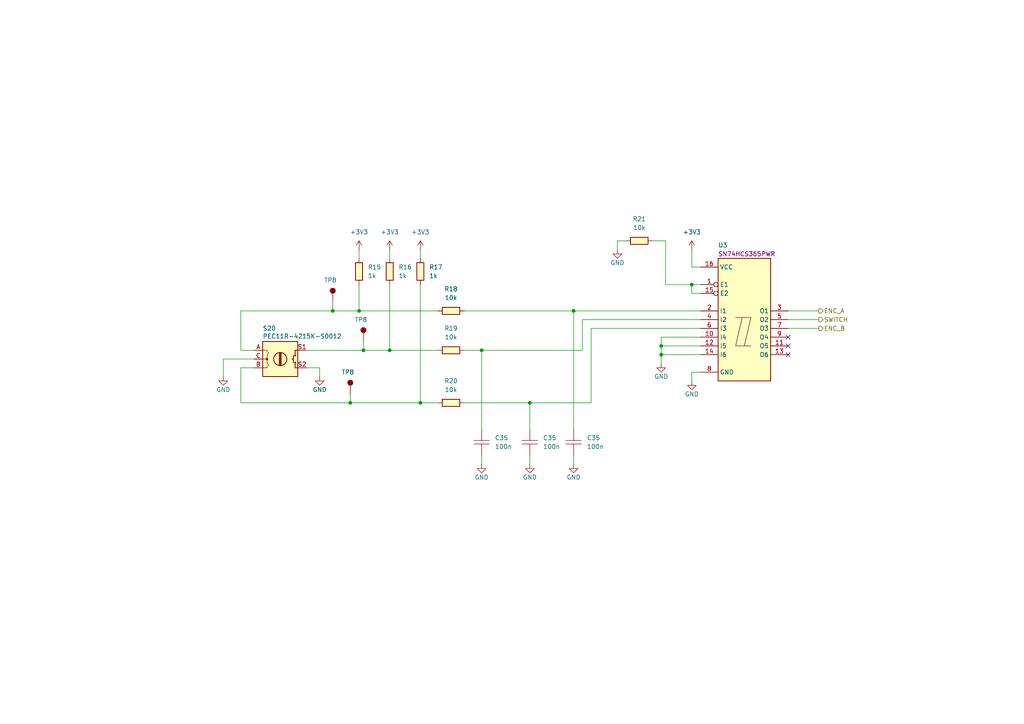
<source format=kicad_sch>
(kicad_sch (version 20231120) (generator "eeschema") (generator_version "8.0")
  (paper "A4")
  (title_block (title "Programmable Keyboard") (date "2024-04-09") (rev "2.1") (company "Kallio Designs Oy") (comment 1 "TL, NH") (comment 3 "PCB_PN"))
  (lib_symbols
    (symbol "KD_Capacitor:C_0603_100n_X7R_50V" (pin_numbers hide) (pin_names hide)
      (property "Reference" "C" (at 2.54 1.27 0))
      (property "Value" "100n" (at 2.54 -1.27 0))
      (symbol "C_0603_100n_X7R_50V_0_1"
        (polyline (pts (xy -2.286 -0.508) (xy 2.286 -0.508)))
        (polyline (pts (xy -2.286 0.508) (xy 2.286 0.508)))
        (polyline (pts (xy 0 -0.508) (xy 0 -1.016)))
        (polyline (pts (xy 0 0.508) (xy 0 1.016)))
      )
      (symbol "C_0603_100n_X7R_50V_1_1"
        (pin passive line (at 0 3.81 270) (length 2.794) (name "~") (number "1"))
        (pin passive line (at 0 -3.81 90) (length 2.794) (name "~") (number "2"))
      )
    )
    (symbol "KD_Connector_Pads:TestPoint_2.5mm_H0.9" (pin_numbers hide) (pin_names hide)
      (property "Reference" "TP" (at 0 5.08 0))
      (symbol "TestPoint_2.5mm_H0.9_0_1"
        (circle (center 0 3.302) (radius 0.762) (fill (type outline)))
      )
      (symbol "TestPoint_2.5mm_H0.9_1_1"
        (pin passive line (at 0 0 90) (length 2.54) (name "1") (number "1"))
      )
    )
    (symbol "KD_IC_Buffer_Driver_Interface:Buffer_Schmitt_6CH_SN74HCS365PWR"
      (property "Reference" "U" (at 5.08 6.35 0))
      (property "Code" "SN74HCS365PWR" (at 5.08 3.81 0))
      (symbol "Buffer_Schmitt_6CH_SN74HCS365PWR_0_1"
        (polyline (pts (xy 10.16 -22.86) (xy 14.605 -22.86)))
        (polyline (pts (xy 10.16 -14.605) (xy 14.605 -14.605)))
        (polyline (pts (xy 12.065 -14.605) (xy 10.16 -22.86)))
        (polyline (pts (xy 14.605 -14.605) (xy 12.7 -22.86)))
      )
      (symbol "Buffer_Schmitt_6CH_SN74HCS365PWR_1_0"
        (pin input inverted (at 0 -5.08 0) (length 5.08) (name "E1") (number "1"))
        (pin input line (at 0 -20.32 0) (length 5.08) (name "I4") (number "10"))
        (pin tri_state line (at 25.4 -22.86 180) (length 5.08) (name "O5") (number "11"))
        (pin input line (at 0 -22.86 0) (length 5.08) (name "I5") (number "12"))
        (pin tri_state line (at 25.4 -25.4 180) (length 5.08) (name "O6") (number "13"))
        (pin input line (at 0 -25.4 0) (length 5.08) (name "I6") (number "14"))
        (pin input inverted (at 0 -7.62 0) (length 5.08) (name "E2") (number "15"))
        (pin power_in line (at 0 0 0) (length 5.08) (name "VCC") (number "16"))
        (pin input line (at 0 -12.7 0) (length 5.08) (name "I1") (number "2"))
        (pin tri_state line (at 25.4 -12.7 180) (length 5.08) (name "O1") (number "3"))
        (pin input line (at 0 -15.24 0) (length 5.08) (name "I2") (number "4"))
        (pin tri_state line (at 25.4 -15.24 180) (length 5.08) (name "O2") (number "5"))
        (pin input line (at 0 -17.78 0) (length 5.08) (name "I3") (number "6"))
        (pin tri_state line (at 25.4 -17.78 180) (length 5.08) (name "O3") (number "7"))
        (pin power_in line (at 0 -30.48 0) (length 5.08) (name "GND") (number "8"))
        (pin tri_state line (at 25.4 -20.32 180) (length 5.08) (name "O4") (number "9"))
      )
      (symbol "Buffer_Schmitt_6CH_SN74HCS365PWR_1_1"
        (rectangle (start 5.08 2.54) (end 20.32 -33.02) (stroke (width 0.254)) (fill (type background)))
      )
    )
    (symbol "KD_Resistor:R_0603_10k_1%" (pin_numbers hide) (pin_names hide)
      (property "Reference" "R" (at 2.032 1.27 0))
      (property "Value" "10k" (at 2.032 -1.27 0))
      (symbol "R_0603_10k_1%_0_1"
        (rectangle (start -1.016 -2.54) (end 1.016 2.54) (stroke (width 0.254)) (fill (type background)))
      )
      (symbol "R_0603_10k_1%_1_1"
        (pin passive line (at 0 3.81 270) (length 1.27) (name "~") (number "1"))
        (pin passive line (at 0 -3.81 90) (length 1.27) (name "~") (number "2"))
      )
    )
    (symbol "KD_Resistor:R_0603_1k_1%" (pin_numbers hide) (pin_names hide)
      (property "Reference" "R" (at 2.032 1.27 0))
      (property "Value" "1k" (at 2.032 -1.27 0))
      (symbol "R_0603_1k_1%_1_1"
        (rectangle (start -1.016 2.54) (end 1.016 -2.54) (stroke (width 0.254)) (fill (type background)))
        (pin passive line (at 0 3.81 270) (length 1.27) (name "~") (number "1"))
        (pin passive line (at 0 -3.81 90) (length 1.27) (name "~") (number "2"))
      )
    )
    (symbol "KD_Switch:Encoder_Incremental_Bourns_PEC11R-4215K-S0012" (pin_names hide)
      (property "Reference" "S" (at -5.08 8.89 0))
      (property "Value" "PEC11R-4215K-S0012" (at -5.08 6.604 0))
      (symbol "Encoder_Incremental_Bourns_PEC11R-4215K-S0012_0_1"
        (rectangle (start -5.08 5.08) (end 5.08 -5.08) (stroke (width 0.254)) (fill (type background)))
        (circle (center -3.81 0) (radius 0.254) (fill (type outline)))
        (polyline (pts (xy -0.254 -1.778) (xy -0.254 1.778)) (stroke (width 0.254)))
        (polyline (pts (xy 0 -1.778) (xy 0 1.778)) (stroke (width 0.254)))
        (polyline (pts (xy 0.254 1.778) (xy 0.254 -1.778)) (stroke (width 0.254)))
        (polyline (pts (xy 3.81 0) (xy 3.429 0)) (stroke (width 0.254)))
        (polyline (pts (xy 3.81 1.016) (xy 3.81 -1.016)) (stroke (width 0.254)))
        (polyline (pts (xy -5.08 -2.54) (xy -3.81 -2.54) (xy -3.81 -2.032)))
        (polyline (pts (xy -5.08 2.54) (xy -3.81 2.54) (xy -3.81 2.032)))
        (polyline (pts (xy 5.08 -2.54) (xy 4.318 -2.54) (xy 4.318 -1.016)) (stroke (width 0.254)))
        (polyline (pts (xy 5.08 2.54) (xy 4.318 2.54) (xy 4.318 1.016)) (stroke (width 0.254)))
        (polyline (pts (xy -5.08 0) (xy -3.81 0) (xy -3.81 -1.016) (xy -3.302 -2.032)))
        (polyline (pts (xy -4.318 0) (xy -3.81 0) (xy -3.81 1.016) (xy -3.302 2.032)))
        (circle (center 0 0) (radius 1.905) (stroke (width 0.254)))
        (circle (center 4.318 -1.016) (radius 0.127) (stroke (width 0.254)))
        (circle (center 4.318 1.016) (radius 0.127) (stroke (width 0.254)))
      )
      (symbol "Encoder_Incremental_Bourns_PEC11R-4215K-S0012_1_1"
        (pin passive line (at -7.62 2.54 0) (length 2.54) (name "A") (number "A"))
        (pin passive line (at -7.62 -2.54 0) (length 2.54) (name "B") (number "B"))
        (pin passive line (at -7.62 0 0) (length 2.54) (name "C") (number "C"))
        (pin passive line (at 7.62 2.54 180) (length 2.54) (name "S1") (number "S1"))
        (pin passive line (at 7.62 -2.54 180) (length 2.54) (name "S2") (number "S2"))
      )
    )
    (symbol "power:+3V3" (power) (pin_numbers hide) (pin_names (offset 0) hide)
      (property "Value" "+3V3" (at 0 3.556 0))
      (symbol "+3V3_0_1"
        (polyline (pts (xy -0.762 1.27) (xy 0 2.54)))
        (polyline (pts (xy 0 0) (xy 0 2.54)))
        (polyline (pts (xy 0 2.54) (xy 0.762 1.27)))
      )
      (symbol "+3V3_1_1"
        (pin power_in line (at 0 0 90) (length 0) (name "~") (number "1"))
      )
    )
    (symbol "power:GND" (power) (pin_numbers hide) (pin_names (offset 0) hide)
      (property "Value" "GND" (at 0 -3.81 0))
      (symbol "GND_0_1"
        (polyline (pts (xy 0 0) (xy 0 -1.27) (xy 1.27 -1.27) (xy 0 -2.54) (xy -1.27 -1.27) (xy 0 -1.27)))
      )
      (symbol "GND_1_1"
        (pin power_in line (at 0 0 270) (length 0) (name "~") (number "1"))
      )
    )
  )
  (junction (at 113.03 101.6))
  (junction (at 101.6 116.84))
  (junction (at 96.52 90.17))
  (junction (at 139.7 101.6))
  (junction (at 191.77 102.87))
  (junction (at 200.66 82.55))
  (junction (at 191.77 100.33))
  (junction (at 105.41 101.6))
  (junction (at 104.14 90.17))
  (junction (at 153.67 116.84))
  (junction (at 121.92 116.84))
  (junction (at 166.37 90.17))
  (no_connect (at 228.6 102.87))
  (no_connect (at 228.6 100.33))
  (no_connect (at 228.6 97.79))
  (wire (pts (xy 139.7 132.08) (xy 139.7 134.62)))
  (wire (pts (xy 153.67 132.08) (xy 153.67 134.62)))
  (wire (pts (xy 121.92 116.84) (xy 127 116.84)))
  (wire (pts (xy 191.77 102.87) (xy 191.77 105.41)))
  (wire (pts (xy 200.66 77.47) (xy 203.2 77.47)))
  (wire (pts (xy 134.62 116.84) (xy 153.67 116.84)))
  (wire (pts (xy 73.66 106.68) (xy 69.85 106.68)))
  (wire (pts (xy 237.49 95.25) (xy 228.6 95.25)))
  (wire (pts (xy 134.62 101.6) (xy 139.7 101.6)))
  (wire (pts (xy 237.49 90.17) (xy 228.6 90.17)))
  (wire (pts (xy 69.85 106.68) (xy 69.85 116.84)))
  (wire (pts (xy 166.37 90.17) (xy 166.37 124.46)))
  (wire (pts (xy 139.7 101.6) (xy 168.91 101.6)))
  (wire (pts (xy 203.2 102.87) (xy 191.77 102.87)))
  (wire (pts (xy 92.71 106.68) (xy 92.71 109.22)))
  (wire (pts (xy 73.66 101.6) (xy 69.85 101.6)))
  (wire (pts (xy 179.07 69.85) (xy 179.07 72.39)))
  (wire (pts (xy 73.66 104.14) (xy 64.77 104.14)))
  (wire (pts (xy 168.91 92.71) (xy 203.2 92.71)))
  (wire (pts (xy 191.77 100.33) (xy 191.77 102.87)))
  (wire (pts (xy 171.45 116.84) (xy 171.45 95.25)))
  (wire (pts (xy 237.49 92.71) (xy 228.6 92.71)))
  (wire (pts (xy 69.85 90.17) (xy 96.52 90.17)))
  (wire (pts (xy 203.2 107.95) (xy 200.66 107.95)))
  (wire (pts (xy 200.66 82.55) (xy 203.2 82.55)))
  (wire (pts (xy 88.9 106.68) (xy 92.71 106.68)))
  (wire (pts (xy 113.03 82.55) (xy 113.03 101.6)))
  (wire (pts (xy 96.52 87.63) (xy 96.52 90.17)))
  (wire (pts (xy 121.92 72.39) (xy 121.92 74.93)))
  (wire (pts (xy 105.41 99.06) (xy 105.41 101.6)))
  (wire (pts (xy 203.2 100.33) (xy 191.77 100.33)))
  (wire (pts (xy 193.04 69.85) (xy 193.04 82.55)))
  (wire (pts (xy 171.45 95.25) (xy 203.2 95.25)))
  (wire (pts (xy 200.66 85.09) (xy 200.66 82.55)))
  (wire (pts (xy 193.04 82.55) (xy 200.66 82.55)))
  (wire (pts (xy 181.61 69.85) (xy 179.07 69.85)))
  (wire (pts (xy 96.52 90.17) (xy 104.14 90.17)))
  (wire (pts (xy 166.37 90.17) (xy 203.2 90.17)))
  (wire (pts (xy 139.7 101.6) (xy 139.7 124.46)))
  (wire (pts (xy 134.62 90.17) (xy 166.37 90.17)))
  (wire (pts (xy 69.85 116.84) (xy 101.6 116.84)))
  (wire (pts (xy 168.91 101.6) (xy 168.91 92.71)))
  (wire (pts (xy 153.67 116.84) (xy 171.45 116.84)))
  (wire (pts (xy 200.66 72.39) (xy 200.66 77.47)))
  (wire (pts (xy 113.03 72.39) (xy 113.03 74.93)))
  (wire (pts (xy 113.03 101.6) (xy 127 101.6)))
  (wire (pts (xy 104.14 82.55) (xy 104.14 90.17)))
  (wire (pts (xy 203.2 85.09) (xy 200.66 85.09)))
  (wire (pts (xy 200.66 107.95) (xy 200.66 110.49)))
  (wire (pts (xy 121.92 82.55) (xy 121.92 116.84)))
  (wire (pts (xy 64.77 104.14) (xy 64.77 109.22)))
  (wire (pts (xy 101.6 116.84) (xy 121.92 116.84)))
  (wire (pts (xy 153.67 116.84) (xy 153.67 124.46)))
  (wire (pts (xy 189.23 69.85) (xy 193.04 69.85)))
  (wire (pts (xy 191.77 97.79) (xy 191.77 100.33)))
  (wire (pts (xy 104.14 72.39) (xy 104.14 74.93)))
  (wire (pts (xy 166.37 132.08) (xy 166.37 134.62)))
  (wire (pts (xy 88.9 101.6) (xy 105.41 101.6)))
  (wire (pts (xy 101.6 114.3) (xy 101.6 116.84)))
  (wire (pts (xy 104.14 90.17) (xy 127 90.17)))
  (wire (pts (xy 69.85 101.6) (xy 69.85 90.17)))
  (wire (pts (xy 203.2 97.79) (xy 191.77 97.79)))
  (wire (pts (xy 105.41 101.6) (xy 113.03 101.6)))
  (hierarchical_label "SWITCH" (shape output) (at 237.49 92.71 0))
  (hierarchical_label "ENC_A" (shape output) (at 237.49 90.17 0))
  (hierarchical_label "ENC_B" (shape output) (at 237.49 95.25 0))
  (symbol (lib_id "KD_Connector_Pads:TestPoint_2.5mm_H0.9") (at 101.6 114.3 0) (unit 1)
    (property "Reference" "TP8" (at 99.06 107.95 0) (effects (justify left)))
    (property "Value" "TP D2.5 mm H0.9mm" (effects (hide yes)))
    (property "Footprint" "KD_Connector_Pads:TestPoint_Pad_D2.5mm_H0.9mm" (effects (hide yes)))
    (property "Datasheet" "DNP" (effects (hide yes)))
    (property "Description" "Test point" (effects (hide yes)))
    (property "Code" "DNP" (effects (hide yes)))
    (property "Manufacturer" "DNP" (effects (hide yes)))
    (property "MFG_PartNo" "DNP" (effects (hide yes)))
    (property "Supplier" "DNP" (effects (hide yes)))
    (property "Supplier_PartNo" "DNP" (effects (hide yes)))
    (property "DNP" "T" (effects (hide yes)))
    (property "Price" "0.00" (effects (hide yes)))
    (instances (project "000052 RCCON" (path "" (reference "TP8") (unit 1))) (project "000018 PGKB" (path "" (reference "TP4") (unit 1))))
  )
  (symbol (lib_id "power:GND") (at 139.7 134.62 0) (mirror y) (unit 1)
    (property "Reference" "#GND03" (effects (hide yes)))
    (property "Value" "GND" (at 139.7 138.43 0))
    (property "Description" "Power symbol creates a global label with name \"GND\" , ground" (effects (hide yes)))
  )
  (symbol (lib_id "KD_Capacitor:C_0603_100n_X7R_50V") (at 166.37 128.27 180) (unit 1)
    (property "Reference" "C35" (at 170.18 126.9999 0) (effects (justify right)))
    (property "Value" "100n" (at 170.18 129.5399 0) (effects (justify right)))
    (property "Footprint" "KD_Capacitor:CAPC1608X90N" (effects (hide yes)))
    (property "Datasheet" "https://mm.digikey.com/Volume0/opasdata/d220001/medias/docus/658/CL10B104KB8NNWC_Spec.pdf" (effects (hide yes)))
    (property "Description" "CAP CER 0.1UF 50V X7R 0603" (effects (hide yes)))
    (property "Manufacturer" "Samsung" (effects (hide yes)))
    (property "MFG_PartNo" "CL10B104KB8NNWC" (effects (hide yes)))
    (property "Supplier" "Digi-Key" (effects (hide yes)))
    (property "Supplier_PartNo" "1276-1935-1-ND" (effects (hide yes)))
    (property "DNP" "F" (effects (hide yes)))
    (property "Price" "0.01" (effects (hide yes)))
    (instances (project "000052 RCCON" (path "" (reference "C35") (unit 1))) (project "000018 PGKB" (path "" (reference "C18") (unit 1))))
  )
  (symbol (lib_id "power:GND") (at 64.77 109.22 0) (mirror y) (unit 1)
    (property "Reference" "#GND03" (effects (hide yes)))
    (property "Value" "GND" (at 64.77 113.03 0))
    (property "Description" "Power symbol creates a global label with name \"GND\" , ground" (effects (hide yes)))
    (instances (project "000052 RCCON" (path "" (reference "#GND03") (unit 1))) (project "000018 PGKB" (path "" (reference "#GND01") (unit 1))))
  )
  (symbol (lib_id "power:+3V3") (at 104.14 72.39 0) (unit 1)
    (property "Reference" "#PWR029" (effects (hide yes)))
    (property "Value" "+3V3" (at 104.14 67.31 0))
    (property "Description" "Power symbol creates a global label with name \"+3V3\"" (effects (hide yes)))
  )
  (symbol (lib_id "power:GND") (at 179.07 72.39 0) (mirror y) (unit 1)
    (property "Reference" "#GND03" (effects (hide yes)))
    (property "Value" "GND" (at 179.07 76.2 0))
    (property "Description" "Power symbol creates a global label with name \"GND\" , ground" (effects (hide yes)))
    (instances (project "000052 RCCON" (path "" (reference "#GND03") (unit 1))) (project "000018 PGKB" (path "" (reference "#GND06") (unit 1))))
  )
  (symbol (lib_id "KD_Connector_Pads:TestPoint_2.5mm_H0.9") (at 96.52 87.63 0) (unit 1)
    (property "Reference" "TP8" (at 93.98 81.28 0) (effects (justify left)))
    (property "Value" "TP D2.5 mm H0.9mm" (effects (hide yes)))
    (property "Footprint" "KD_Connector_Pads:TestPoint_Pad_D2.5mm_H0.9mm" (effects (hide yes)))
    (property "Datasheet" "DNP" (effects (hide yes)))
    (property "Description" "Test point" (effects (hide yes)))
    (property "Code" "DNP" (effects (hide yes)))
    (property "Manufacturer" "DNP" (effects (hide yes)))
    (property "MFG_PartNo" "DNP" (effects (hide yes)))
    (property "Supplier" "DNP" (effects (hide yes)))
    (property "Supplier_PartNo" "DNP" (effects (hide yes)))
    (property "DNP" "T" (effects (hide yes)))
    (property "Price" "0.00" (effects (hide yes)))
    (instances (project "000052 RCCON" (path "" (reference "TP8") (unit 1))) (project "000018 PGKB" (path "" (reference "TP3") (unit 1))))
  )
  (symbol (lib_id "power:GND") (at 166.37 134.62 0) (mirror y) (unit 1)
    (property "Reference" "#GND03" (effects (hide yes)))
    (property "Value" "GND" (at 166.37 138.43 0))
    (property "Description" "Power symbol creates a global label with name \"GND\" , ground" (effects (hide yes)))
    (instances (project "000052 RCCON" (path "" (reference "#GND03") (unit 1))) (project "000018 PGKB" (path "" (reference "#GND05") (unit 1))))
  )
  (symbol (lib_id "KD_Resistor:R_0603_10k_1%") (at 130.81 90.17 90) (unit 1)
    (property "Reference" "R18" (at 130.81 83.82 90))
    (property "Value" "10k" (at 130.81 86.36 90))
    (property "Footprint" "KD_Resistor:RESC1608X55N" (effects (hide yes)))
    (property "Datasheet" "https://www.seielect.com/Catalog/SEI-RMCF_RMCP.pdf" (effects (hide yes)))
    (property "Description" "RES 10K OHM 1% 1/10W 0603" (effects (hide yes)))
    (property "Manufacturer" "Stackpole Electronics Inc" (effects (hide yes)))
    (property "MFG_PartNo" "RMCF0603FT10K0" (effects (hide yes)))
    (property "Supplier" "Digi-Key" (effects (hide yes)))
    (property "Supplier_PartNo" "RMCF0603FT10K0CT-ND" (effects (hide yes)))
    (property "DNP" "F" (effects (hide yes)))
    (property "Price" "0.01" (effects (hide yes)))
  )
  (symbol (lib_id "power:GND") (at 92.71 109.22 0) (mirror y) (unit 1)
    (property "Reference" "#GND03" (effects (hide yes)))
    (property "Value" "GND" (at 92.71 113.03 0))
    (property "Description" "Power symbol creates a global label with name \"GND\" , ground" (effects (hide yes)))
    (instances (project "000052 RCCON" (path "" (reference "#GND03") (unit 1))) (project "000018 PGKB" (path "" (reference "#GND02") (unit 1))))
  )
  (symbol (lib_id "power:GND") (at 191.77 105.41 0) (mirror y) (unit 1)
    (property "Reference" "#GND03" (effects (hide yes)))
    (property "Value" "GND" (at 191.77 109.22 0))
    (property "Description" "Power symbol creates a global label with name \"GND\" , ground" (effects (hide yes)))
    (instances (project "000052 RCCON" (path "" (reference "#GND03") (unit 1))) (project "000018 PGKB" (path "" (reference "#GND039") (unit 1))))
  )
  (symbol (lib_id "KD_Resistor:R_0603_10k_1%") (at 130.81 116.84 90) (unit 1)
    (property "Reference" "R20" (at 130.81 110.49 90))
    (property "Value" "10k" (at 130.81 113.03 90))
    (property "Footprint" "KD_Resistor:RESC1608X55N" (effects (hide yes)))
    (property "Datasheet" "https://www.seielect.com/Catalog/SEI-RMCF_RMCP.pdf" (effects (hide yes)))
    (property "Description" "RES 10K OHM 1% 1/10W 0603" (effects (hide yes)))
    (property "Manufacturer" "Stackpole Electronics Inc" (effects (hide yes)))
    (property "MFG_PartNo" "RMCF0603FT10K0" (effects (hide yes)))
    (property "Supplier" "Digi-Key" (effects (hide yes)))
    (property "Supplier_PartNo" "RMCF0603FT10K0CT-ND" (effects (hide yes)))
    (property "DNP" "F" (effects (hide yes)))
    (property "Price" "0.01" (effects (hide yes)))
  )
  (symbol (lib_id "KD_Capacitor:C_0603_100n_X7R_50V") (at 153.67 128.27 180) (unit 1)
    (property "Reference" "C35" (at 157.48 126.9999 0) (effects (justify right)))
    (property "Value" "100n" (at 157.48 129.5399 0) (effects (justify right)))
    (property "Footprint" "KD_Capacitor:CAPC1608X90N" (effects (hide yes)))
    (property "Datasheet" "https://mm.digikey.com/Volume0/opasdata/d220001/medias/docus/658/CL10B104KB8NNWC_Spec.pdf" (effects (hide yes)))
    (property "Description" "CAP CER 0.1UF 50V X7R 0603" (effects (hide yes)))
    (property "Manufacturer" "Samsung" (effects (hide yes)))
    (property "MFG_PartNo" "CL10B104KB8NNWC" (effects (hide yes)))
    (property "Supplier" "Digi-Key" (effects (hide yes)))
    (property "Supplier_PartNo" "1276-1935-1-ND" (effects (hide yes)))
    (property "DNP" "F" (effects (hide yes)))
    (property "Price" "0.01" (effects (hide yes)))
    (instances (project "000052 RCCON" (path "" (reference "C35") (unit 1))) (project "000018 PGKB" (path "" (reference "C17") (unit 1))))
  )
  (symbol (lib_id "KD_Resistor:R_0603_1k_1%") (at 121.92 78.74 0) (unit 1)
    (property "Reference" "R17" (at 124.46 77.4699 0) (effects (justify left)))
    (property "Value" "1k" (at 124.46 80.0099 0) (effects (justify left)))
    (property "Footprint" "KD_Resistor:RESC1608X55N" (effects (hide yes)))
    (property "Datasheet" "https://www.seielect.com/Catalog/SEI-RMCF_RMCP.pdf" (effects (hide yes)))
    (property "Description" "RES 1K OHM 5% 1/10W 0603" (effects (hide yes)))
    (property "Manufacturer" "Stackpole Electronics Inc" (effects (hide yes)))
    (property "MFG_PartNo" "RMCF0603JT1K00" (effects (hide yes)))
    (property "Supplier" "Digi-Key" (effects (hide yes)))
    (property "Supplier_PartNo" "RMCF0603JT1K00CT-ND" (effects (hide yes)))
    (property "DNP" "F" (effects (hide yes)))
    (property "Price" "0.01" (effects (hide yes)))
  )
  (symbol (lib_id "power:+3V3") (at 200.66 72.39 0) (unit 1)
    (property "Reference" "#PWR032" (effects (hide yes)))
    (property "Value" "+3V3" (at 200.66 67.31 0))
    (property "Description" "Power symbol creates a global label with name \"+3V3\"" (effects (hide yes)))
  )
  (symbol (lib_id "KD_IC_Buffer_Driver_Interface:Buffer_Schmitt_6CH_SN74HCS365PWR") (at 203.2 77.47 0) (unit 1)
    (property "Reference" "U3" (at 208.28 71.12 0) (effects (justify left)))
    (property "Value" "SN74HCS365PWR" (effects (hide yes)))
    (property "Footprint" "KD_Package_SO:SOP65P600X150-16N" (effects (hide yes)))
    (property "Datasheet" "https://www.ti.com/lit/ds/symlink/sn74hcs365.pdf" (effects (hide yes)))
    (property "Description" "IC BUFFER NON-INVERT 6V 16TSSOP" (effects (hide yes)))
    (property "Code" "SN74HCS365PWR" (at 208.28 73.66 0) (effects (justify left)))
    (property "Manufacturer" "Texas Instruments" (effects (hide yes)))
    (property "MFG_PartNo" "SN74HCS365PWR" (effects (hide yes)))
    (property "Supplier" "Digi-Key" (effects (hide yes)))
    (property "Supplier_PartNo" "296-SN74HCS365PWRCT-ND" (effects (hide yes)))
    (property "DNP" "F" (effects (hide yes)))
    (property "Price" "0.4" (effects (hide yes)))
  )
  (symbol (lib_id "power:+3V3") (at 121.92 72.39 0) (unit 1)
    (property "Reference" "#PWR031" (effects (hide yes)))
    (property "Value" "+3V3" (at 121.92 67.31 0))
    (property "Description" "Power symbol creates a global label with name \"+3V3\"" (effects (hide yes)))
  )
  (symbol (lib_id "KD_Switch:Encoder_Incremental_Bourns_PEC11R-4215K-S0012") (at 81.28 104.14 0) (unit 1)
    (property "Reference" "S20" (at 76.2 95.25 0) (effects (justify left)))
    (property "Value" "PEC11R-4215K-S0012" (at 76.2 97.536 0) (effects (justify left)))
    (property "Footprint" "KD_Switch:RotaryEncoder_Bourns_Vertical_PEC11R-4x15f-Sxxxx" (effects (hide yes)))
    (property "Datasheet" "https://www.bourns.com/docs/Product-Datasheets/PEC11R.pdf" (effects (hide yes)))
    (property "Description" "ROTARY ENCODER MECHANICAL 12PPR" (effects (hide yes)))
    (property "Manufacturer" "Bourns Inc." (effects (hide yes)))
    (property "MFG_PartNo" "PEC11R-4215K-S0012" (effects (hide yes)))
    (property "Supplier" "Digi-Key" (effects (hide yes)))
    (property "Supplier_PartNo" "PEC11R-4215K-S0012-ND" (effects (hide yes)))
    (property "DNP" "F" (effects (hide yes)))
    (property "Price" "1.9" (effects (hide yes)))
  )
  (symbol (lib_id "KD_Resistor:R_0603_1k_1%") (at 104.14 78.74 0) (unit 1)
    (property "Reference" "R15" (at 106.68 77.4699 0) (effects (justify left)))
    (property "Value" "1k" (at 106.68 80.0099 0) (effects (justify left)))
    (property "Footprint" "KD_Resistor:RESC1608X55N" (effects (hide yes)))
    (property "Datasheet" "https://www.seielect.com/Catalog/SEI-RMCF_RMCP.pdf" (effects (hide yes)))
    (property "Description" "RES 1K OHM 5% 1/10W 0603" (effects (hide yes)))
    (property "Manufacturer" "Stackpole Electronics Inc" (effects (hide yes)))
    (property "MFG_PartNo" "RMCF0603JT1K00" (effects (hide yes)))
    (property "Supplier" "Digi-Key" (effects (hide yes)))
    (property "Supplier_PartNo" "RMCF0603JT1K00CT-ND" (effects (hide yes)))
    (property "DNP" "F" (effects (hide yes)))
    (property "Price" "0.01" (effects (hide yes)))
  )
  (symbol (lib_id "KD_Capacitor:C_0603_100n_X7R_50V") (at 139.7 128.27 180) (unit 1)
    (property "Reference" "C35" (at 143.51 126.9999 0) (effects (justify right)))
    (property "Value" "100n" (at 143.51 129.5399 0) (effects (justify right)))
    (property "Footprint" "KD_Capacitor:CAPC1608X90N" (effects (hide yes)))
    (property "Datasheet" "https://mm.digikey.com/Volume0/opasdata/d220001/medias/docus/658/CL10B104KB8NNWC_Spec.pdf" (effects (hide yes)))
    (property "Description" "CAP CER 0.1UF 50V X7R 0603" (effects (hide yes)))
    (property "Manufacturer" "Samsung" (effects (hide yes)))
    (property "MFG_PartNo" "CL10B104KB8NNWC" (effects (hide yes)))
    (property "Supplier" "Digi-Key" (effects (hide yes)))
    (property "Supplier_PartNo" "1276-1935-1-ND" (effects (hide yes)))
    (property "DNP" "F" (effects (hide yes)))
    (property "Price" "0.01" (effects (hide yes)))
    (instances (project "000052 RCCON" (path "" (reference "C35") (unit 1))) (project "000018 PGKB" (path "" (reference "C16") (unit 1))))
  )
  (symbol (lib_id "power:+3V3") (at 113.03 72.39 0) (unit 1)
    (property "Reference" "#PWR030" (effects (hide yes)))
    (property "Value" "+3V3" (at 113.03 67.31 0))
    (property "Description" "Power symbol creates a global label with name \"+3V3\"" (effects (hide yes)))
  )
  (symbol (lib_id "KD_Resistor:R_0603_10k_1%") (at 185.42 69.85 90) (unit 1)
    (property "Reference" "R21" (at 185.42 63.5 90))
    (property "Value" "10k" (at 185.42 66.04 90))
    (property "Footprint" "KD_Resistor:RESC1608X55N" (effects (hide yes)))
    (property "Datasheet" "https://www.seielect.com/Catalog/SEI-RMCF_RMCP.pdf" (effects (hide yes)))
    (property "Description" "RES 10K OHM 1% 1/10W 0603" (effects (hide yes)))
    (property "Manufacturer" "Stackpole Electronics Inc" (effects (hide yes)))
    (property "MFG_PartNo" "RMCF0603FT10K0" (effects (hide yes)))
    (property "Supplier" "Digi-Key" (effects (hide yes)))
    (property "Supplier_PartNo" "RMCF0603FT10K0CT-ND" (effects (hide yes)))
    (property "DNP" "F" (effects (hide yes)))
    (property "Price" "0.01" (effects (hide yes)))
  )
  (symbol (lib_id "KD_Connector_Pads:TestPoint_2.5mm_H0.9") (at 105.41 99.06 0) (unit 1)
    (property "Reference" "TP8" (at 102.87 92.71 0) (effects (justify left)))
    (property "Value" "TP D2.5 mm H0.9mm" (effects (hide yes)))
    (property "Footprint" "KD_Connector_Pads:TestPoint_Pad_D2.5mm_H0.9mm" (effects (hide yes)))
    (property "Datasheet" "DNP" (effects (hide yes)))
    (property "Description" "Test point" (effects (hide yes)))
    (property "Code" "DNP" (effects (hide yes)))
    (property "Manufacturer" "DNP" (effects (hide yes)))
    (property "MFG_PartNo" "DNP" (effects (hide yes)))
    (property "Supplier" "DNP" (effects (hide yes)))
    (property "Supplier_PartNo" "DNP" (effects (hide yes)))
    (property "DNP" "T" (effects (hide yes)))
    (property "Price" "0.00" (effects (hide yes)))
    (instances (project "000052 RCCON" (path "" (reference "TP8") (unit 1))) (project "000018 PGKB" (path "" (reference "TP5") (unit 1))))
  )
  (symbol (lib_id "power:GND") (at 153.67 134.62 0) (mirror y) (unit 1)
    (property "Reference" "#GND03" (effects (hide yes)))
    (property "Value" "GND" (at 153.67 138.43 0))
    (property "Description" "Power symbol creates a global label with name \"GND\" , ground" (effects (hide yes)))
    (instances (project "000052 RCCON" (path "" (reference "#GND03") (unit 1))) (project "000018 PGKB" (path "" (reference "#GND04") (unit 1))))
  )
  (symbol (lib_id "power:GND") (at 200.66 110.49 0) (mirror y) (unit 1)
    (property "Reference" "#GND03" (effects (hide yes)))
    (property "Value" "GND" (at 200.66 114.3 0))
    (property "Description" "Power symbol creates a global label with name \"GND\" , ground" (effects (hide yes)))
    (instances (project "000052 RCCON" (path "" (reference "#GND03") (unit 1))) (project "000018 PGKB" (path "" (reference "#GND07") (unit 1))))
  )
  (symbol (lib_id "KD_Resistor:R_0603_10k_1%") (at 130.81 101.6 90) (unit 1)
    (property "Reference" "R19" (at 130.81 95.25 90))
    (property "Value" "10k" (at 130.81 97.79 90))
    (property "Footprint" "KD_Resistor:RESC1608X55N" (effects (hide yes)))
    (property "Datasheet" "https://www.seielect.com/Catalog/SEI-RMCF_RMCP.pdf" (effects (hide yes)))
    (property "Description" "RES 10K OHM 1% 1/10W 0603" (effects (hide yes)))
    (property "Manufacturer" "Stackpole Electronics Inc" (effects (hide yes)))
    (property "MFG_PartNo" "RMCF0603FT10K0" (effects (hide yes)))
    (property "Supplier" "Digi-Key" (effects (hide yes)))
    (property "Supplier_PartNo" "RMCF0603FT10K0CT-ND" (effects (hide yes)))
    (property "DNP" "F" (effects (hide yes)))
    (property "Price" "0.01" (effects (hide yes)))
  )
  (symbol (lib_id "KD_Resistor:R_0603_1k_1%") (at 113.03 78.74 0) (unit 1)
    (property "Reference" "R16" (at 115.57 77.4699 0) (effects (justify left)))
    (property "Value" "1k" (at 115.57 80.0099 0) (effects (justify left)))
    (property "Footprint" "KD_Resistor:RESC1608X55N" (effects (hide yes)))
    (property "Datasheet" "https://www.seielect.com/Catalog/SEI-RMCF_RMCP.pdf" (effects (hide yes)))
    (property "Description" "RES 1K OHM 5% 1/10W 0603" (effects (hide yes)))
    (property "Manufacturer" "Stackpole Electronics Inc" (effects (hide yes)))
    (property "MFG_PartNo" "RMCF0603JT1K00" (effects (hide yes)))
    (property "Supplier" "Digi-Key" (effects (hide yes)))
    (property "Supplier_PartNo" "RMCF0603JT1K00CT-ND" (effects (hide yes)))
    (property "DNP" "F" (effects (hide yes)))
    (property "Price" "0.01" (effects (hide yes)))
  )
)
</source>
